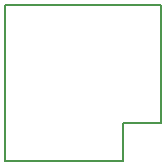
<source format=gbr>
G04 DipTrace 2.4.0.2*
%INBoardOutline.gbr*%
%MOIN*%
%ADD11C,0.0055*%
%FSLAX44Y44*%
G04*
G70*
G90*
G75*
G01*
%LNBoardOutline*%
%LPD*%
X7877Y3940D2*
D11*
Y5220D1*
X9157D1*
Y9157D1*
X3940D1*
Y5220D1*
Y3940D1*
X7877D1*
M02*

</source>
